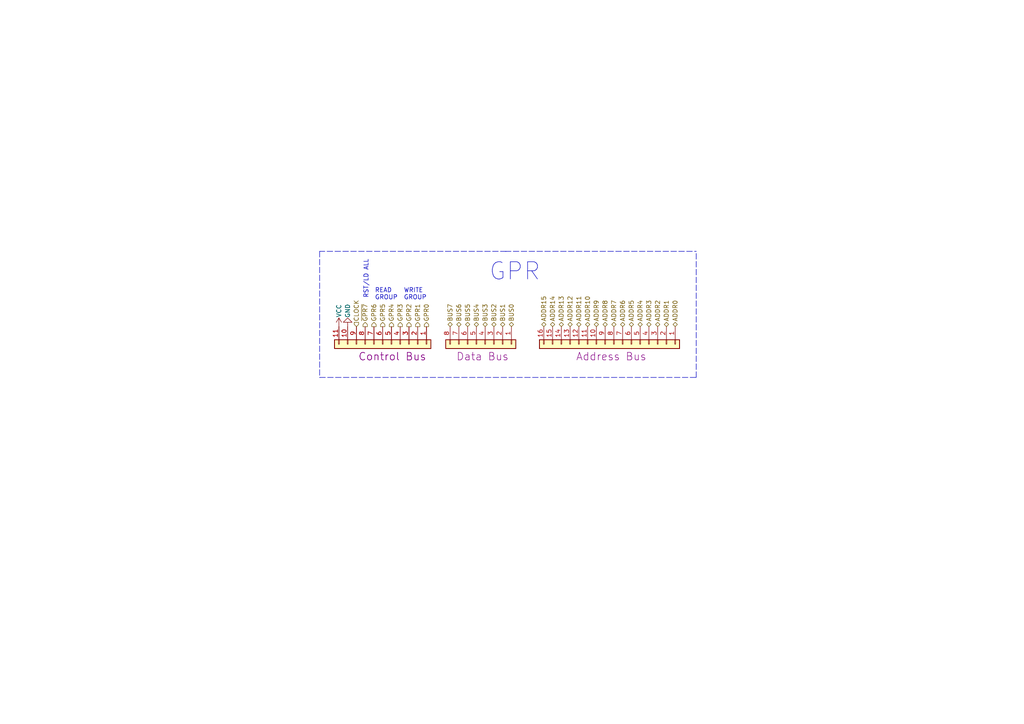
<source format=kicad_sch>
(kicad_sch (version 20211123) (generator eeschema)
  (paper "A4")
  (lib_symbols
    (symbol "Connector_Generic:Conn_01x08" (pin_names (offset 1.016) hide)
      (property "Reference" "J" (at 0 10.16 0))
      (property "Value" "Conn_01x08" (at 0 -12.7 0))
      (symbol "Conn_01x08_1_1"
        (rectangle (start -1.27 -10.033) (end 0 -10.287) (stroke (width 0.1524)))
        (rectangle (start -1.27 -7.493) (end 0 -7.747) (stroke (width 0.1524)))
        (rectangle (start -1.27 -4.953) (end 0 -5.207) (stroke (width 0.1524)))
        (rectangle (start -1.27 -2.413) (end 0 -2.667) (stroke (width 0.1524)))
        (rectangle (start -1.27 0.127) (end 0 -0.127) (stroke (width 0.1524)))
        (rectangle (start -1.27 2.667) (end 0 2.413) (stroke (width 0.1524)))
        (rectangle (start -1.27 5.207) (end 0 4.953) (stroke (width 0.1524)))
        (rectangle (start -1.27 7.747) (end 0 7.493) (stroke (width 0.1524)))
        (rectangle (start -1.27 8.89) (end 1.27 -11.43) (stroke (width 0.254)) (fill (type background)))
        (pin passive line (at -5.08 7.62 0) (length 3.81) (name "Pin_1") (number "1"))
        (pin passive line (at -5.08 5.08 0) (length 3.81) (name "Pin_2") (number "2"))
        (pin passive line (at -5.08 2.54 0) (length 3.81) (name "Pin_3") (number "3"))
        (pin passive line (at -5.08 0 0) (length 3.81) (name "Pin_4") (number "4"))
        (pin passive line (at -5.08 -2.54 0) (length 3.81) (name "Pin_5") (number "5"))
        (pin passive line (at -5.08 -5.08 0) (length 3.81) (name "Pin_6") (number "6"))
        (pin passive line (at -5.08 -7.62 0) (length 3.81) (name "Pin_7") (number "7"))
        (pin passive line (at -5.08 -10.16 0) (length 3.81) (name "Pin_8") (number "8"))
      )
    )
    (symbol "Connector_Generic:Conn_01x11" (pin_names (offset 1.016) hide)
      (property "Reference" "J" (at 0 15.24 0))
      (property "Value" "Conn_01x11" (at 0 -15.24 0))
      (symbol "Conn_01x11_1_1"
        (rectangle (start -1.27 -12.573) (end 0 -12.827) (stroke (width 0.1524)))
        (rectangle (start -1.27 -10.033) (end 0 -10.287) (stroke (width 0.1524)))
        (rectangle (start -1.27 -7.493) (end 0 -7.747) (stroke (width 0.1524)))
        (rectangle (start -1.27 -4.953) (end 0 -5.207) (stroke (width 0.1524)))
        (rectangle (start -1.27 -2.413) (end 0 -2.667) (stroke (width 0.1524)))
        (rectangle (start -1.27 0.127) (end 0 -0.127) (stroke (width 0.1524)))
        (rectangle (start -1.27 2.667) (end 0 2.413) (stroke (width 0.1524)))
        (rectangle (start -1.27 5.207) (end 0 4.953) (stroke (width 0.1524)))
        (rectangle (start -1.27 7.747) (end 0 7.493) (stroke (width 0.1524)))
        (rectangle (start -1.27 10.287) (end 0 10.033) (stroke (width 0.1524)))
        (rectangle (start -1.27 12.827) (end 0 12.573) (stroke (width 0.1524)))
        (rectangle (start -1.27 13.97) (end 1.27 -13.97) (stroke (width 0.254)) (fill (type background)))
        (pin passive line (at -5.08 12.7 0) (length 3.81) (name "Pin_1") (number "1"))
        (pin passive line (at -5.08 -10.16 0) (length 3.81) (name "Pin_10") (number "10"))
        (pin passive line (at -5.08 -12.7 0) (length 3.81) (name "Pin_11") (number "11"))
        (pin passive line (at -5.08 10.16 0) (length 3.81) (name "Pin_2") (number "2"))
        (pin passive line (at -5.08 7.62 0) (length 3.81) (name "Pin_3") (number "3"))
        (pin passive line (at -5.08 5.08 0) (length 3.81) (name "Pin_4") (number "4"))
        (pin passive line (at -5.08 2.54 0) (length 3.81) (name "Pin_5") (number "5"))
        (pin passive line (at -5.08 0 0) (length 3.81) (name "Pin_6") (number "6"))
        (pin passive line (at -5.08 -2.54 0) (length 3.81) (name "Pin_7") (number "7"))
        (pin passive line (at -5.08 -5.08 0) (length 3.81) (name "Pin_8") (number "8"))
        (pin passive line (at -5.08 -7.62 0) (length 3.81) (name "Pin_9") (number "9"))
      )
    )
    (symbol "Connector_Generic:Conn_01x16" (pin_names (offset 1.016) hide)
      (property "Reference" "J" (at 0 20.32 0))
      (property "Value" "Conn_01x16" (at 0 -22.86 0))
      (symbol "Conn_01x16_1_1"
        (rectangle (start -1.27 -20.193) (end 0 -20.447) (stroke (width 0.1524)))
        (rectangle (start -1.27 -17.653) (end 0 -17.907) (stroke (width 0.1524)))
        (rectangle (start -1.27 -15.113) (end 0 -15.367) (stroke (width 0.1524)))
        (rectangle (start -1.27 -12.573) (end 0 -12.827) (stroke (width 0.1524)))
        (rectangle (start -1.27 -10.033) (end 0 -10.287) (stroke (width 0.1524)))
        (rectangle (start -1.27 -7.493) (end 0 -7.747) (stroke (width 0.1524)))
        (rectangle (start -1.27 -4.953) (end 0 -5.207) (stroke (width 0.1524)))
        (rectangle (start -1.27 -2.413) (end 0 -2.667) (stroke (width 0.1524)))
        (rectangle (start -1.27 0.127) (end 0 -0.127) (stroke (width 0.1524)))
        (rectangle (start -1.27 2.667) (end 0 2.413) (stroke (width 0.1524)))
        (rectangle (start -1.27 5.207) (end 0 4.953) (stroke (width 0.1524)))
        (rectangle (start -1.27 7.747) (end 0 7.493) (stroke (width 0.1524)))
        (rectangle (start -1.27 10.287) (end 0 10.033) (stroke (width 0.1524)))
        (rectangle (start -1.27 12.827) (end 0 12.573) (stroke (width 0.1524)))
        (rectangle (start -1.27 15.367) (end 0 15.113) (stroke (width 0.1524)))
        (rectangle (start -1.27 17.907) (end 0 17.653) (stroke (width 0.1524)))
        (rectangle (start -1.27 19.05) (end 1.27 -21.59) (stroke (width 0.254)) (fill (type background)))
        (pin passive line (at -5.08 17.78 0) (length 3.81) (name "Pin_1") (number "1"))
        (pin passive line (at -5.08 -5.08 0) (length 3.81) (name "Pin_10") (number "10"))
        (pin passive line (at -5.08 -7.62 0) (length 3.81) (name "Pin_11") (number "11"))
        (pin passive line (at -5.08 -10.16 0) (length 3.81) (name "Pin_12") (number "12"))
        (pin passive line (at -5.08 -12.7 0) (length 3.81) (name "Pin_13") (number "13"))
        (pin passive line (at -5.08 -15.24 0) (length 3.81) (name "Pin_14") (number "14"))
        (pin passive line (at -5.08 -17.78 0) (length 3.81) (name "Pin_15") (number "15"))
        (pin passive line (at -5.08 -20.32 0) (length 3.81) (name "Pin_16") (number "16"))
        (pin passive line (at -5.08 15.24 0) (length 3.81) (name "Pin_2") (number "2"))
        (pin passive line (at -5.08 12.7 0) (length 3.81) (name "Pin_3") (number "3"))
        (pin passive line (at -5.08 10.16 0) (length 3.81) (name "Pin_4") (number "4"))
        (pin passive line (at -5.08 7.62 0) (length 3.81) (name "Pin_5") (number "5"))
        (pin passive line (at -5.08 5.08 0) (length 3.81) (name "Pin_6") (number "6"))
        (pin passive line (at -5.08 2.54 0) (length 3.81) (name "Pin_7") (number "7"))
        (pin passive line (at -5.08 0 0) (length 3.81) (name "Pin_8") (number "8"))
        (pin passive line (at -5.08 -2.54 0) (length 3.81) (name "Pin_9") (number "9"))
      )
    )
    (symbol "power:GND" (power) (pin_names (offset 0))
      (property "Value" "GND" (at 0 -3.81 0))
      (symbol "GND_0_1"
        (polyline (pts (xy 0 0) (xy 0 -1.27) (xy 1.27 -1.27) (xy 0 -2.54) (xy -1.27 -1.27) (xy 0 -1.27)))
      )
      (symbol "GND_1_1"
        (pin power_in line (at 0 0 270) (length 0) hide (name "GND") (number "1"))
      )
    )
    (symbol "power:VCC" (power) (pin_names (offset 0))
      (property "Value" "VCC" (at 0 3.81 0))
      (symbol "VCC_0_1"
        (polyline (pts (xy -0.762 1.27) (xy 0 2.54)))
        (polyline (pts (xy 0 0) (xy 0 2.54)))
        (polyline (pts (xy 0 2.54) (xy 0.762 1.27)))
      )
      (symbol "VCC_1_1"
        (pin power_in line (at 0 0 90) (length 0) hide (name "VCC") (number "1"))
      )
    )
  )
  (polyline (pts (xy 201.93 109.474) (xy 201.93 72.898)))
  (polyline (pts (xy 92.71 109.474) (xy 201.93 109.474)))
  (polyline (pts (xy 146.812 72.898) (xy 92.71 72.898)))
  (polyline (pts (xy 146.558 72.898) (xy 201.93 72.898)))
  (polyline (pts (xy 92.71 72.898) (xy 92.71 109.474)))
  (text "READ\nGROUP" (at 108.712 87.122 0) (effects (font (size 1.27 1.27)) (justify left bottom)))
  (text "RST/LD ALL" (at 106.934 86.614 90) (effects (font (size 1.27 1.27)) (justify left bottom)))
  (text "WRITE\nGROUP" (at 117.094 87.122 0) (effects (font (size 1.27 1.27)) (justify left bottom)))
  (text "GPR" (at 141.732 81.788 0) (effects (font (size 5 5)) (justify left bottom)))
  (hierarchical_label "ADDR12" (shape tri_state) (at 165.354 94.742 90))
  (hierarchical_label "~{GPR7}" (shape output) (at 105.918 94.742 90))
  (hierarchical_label "BUS6" (shape tri_state) (at 133.096 94.742 90))
  (hierarchical_label "ADDR6" (shape tri_state) (at 180.594 94.742 90))
  (hierarchical_label "ADDR15" (shape tri_state) (at 157.734 94.742 90))
  (hierarchical_label "BUS7" (shape tri_state) (at 130.556 94.742 90))
  (hierarchical_label "ADDR3" (shape tri_state) (at 188.214 94.742 90))
  (hierarchical_label "BUS5" (shape tri_state) (at 135.636 94.742 90))
  (hierarchical_label "BUS2" (shape tri_state) (at 143.256 94.742 90))
  (hierarchical_label "ADDR13" (shape tri_state) (at 162.814 94.742 90))
  (hierarchical_label "GPR5" (shape output) (at 110.998 94.742 90))
  (hierarchical_label "BUS0" (shape tri_state) (at 148.336 94.742 90))
  (hierarchical_label "GPR4" (shape output) (at 113.538 94.742 90))
  (hierarchical_label "BUS4" (shape tri_state) (at 138.176 94.742 90))
  (hierarchical_label "ADDR8" (shape tri_state) (at 175.514 94.742 90))
  (hierarchical_label "GPR3" (shape output) (at 116.078 94.742 90))
  (hierarchical_label "GPR6" (shape output) (at 108.458 94.742 90))
  (hierarchical_label "ADDR1" (shape tri_state) (at 193.294 94.742 90))
  (hierarchical_label "ADDR7" (shape tri_state) (at 178.054 94.742 90))
  (hierarchical_label "ADDR10" (shape tri_state) (at 170.434 94.742 90))
  (hierarchical_label "GPR1" (shape output) (at 121.158 94.742 90))
  (hierarchical_label "ADDR9" (shape tri_state) (at 172.974 94.742 90))
  (hierarchical_label "ADDR14" (shape tri_state) (at 160.274 94.742 90))
  (hierarchical_label "BUS3" (shape tri_state) (at 140.716 94.742 90))
  (hierarchical_label "BUS1" (shape tri_state) (at 145.796 94.742 90))
  (hierarchical_label "ADDR0" (shape tri_state) (at 195.834 94.742 90))
  (hierarchical_label "CLOCK" (shape input) (at 103.378 94.742 90))
  (hierarchical_label "ADDR5" (shape tri_state) (at 183.134 94.742 90))
  (hierarchical_label "ADDR11" (shape tri_state) (at 167.894 94.742 90))
  (hierarchical_label "ADDR4" (shape tri_state) (at 185.674 94.742 90))
  (hierarchical_label "GPR2" (shape output) (at 118.618 94.742 90))
  (hierarchical_label "GPR0" (shape output) (at 123.698 94.742 90))
  (hierarchical_label "ADDR2" (shape tri_state) (at 190.754 94.742 90))
  (symbol (lib_id "power:VCC") (at 98.298 94.742 0) (unit 1)
    (property "Reference" "#PWR022" (effects hide))
    (property "Value" "VCC" (at 98.298 90.17 90))
  )
  (symbol (lib_id "Connector_Generic:Conn_01x16") (at 178.054 99.822 270) (unit 1)
    (property "Reference" "J29" (effects hide))
    (property "Value" "Conn_01x11" (effects hide))
    (property "Footprint" "Connector_PinSocket_2.54mm:PinSocket_1x11_P2.54mm_Vertical" (effects hide))
    (property "Field4" "Address Bus" (at 177.292 103.378 90) (effects (font (size 2.2 2.2))))
  )
  (symbol (lib_id "Connector_Generic:Conn_01x08") (at 140.716 99.822 270) (unit 1)
    (property "Reference" "J28" (effects hide))
    (property "Value" "Conn_01x16" (effects hide))
    (property "Footprint" "Connector_PinSocket_2.54mm:PinSocket_1x16_P2.54mm_Vertical" (effects hide))
    (property "Field4" "Data Bus" (at 139.954 103.378 90) (effects (font (size 2.2 2.2))))
  )
  (symbol (lib_id "power:GND") (at 100.838 94.742 180) (unit 1)
    (property "Reference" "#PWR023" (effects hide))
    (property "Value" "GND" (at 100.838 90.17 90))
  )
  (symbol (lib_id "Connector_Generic:Conn_01x11") (at 110.998 99.822 270) (unit 1)
    (property "Reference" "J27" (effects hide))
    (property "Value" "Conn_01x08" (effects hide))
    (property "Footprint" "Connector_PinSocket_2.54mm:PinSocket_1x08_P2.54mm_Vertical" (effects hide))
    (property "Field4" "Control Bus" (at 113.792 103.378 90) (effects (font (size 2.2 2.2))))
  )
)
</source>
